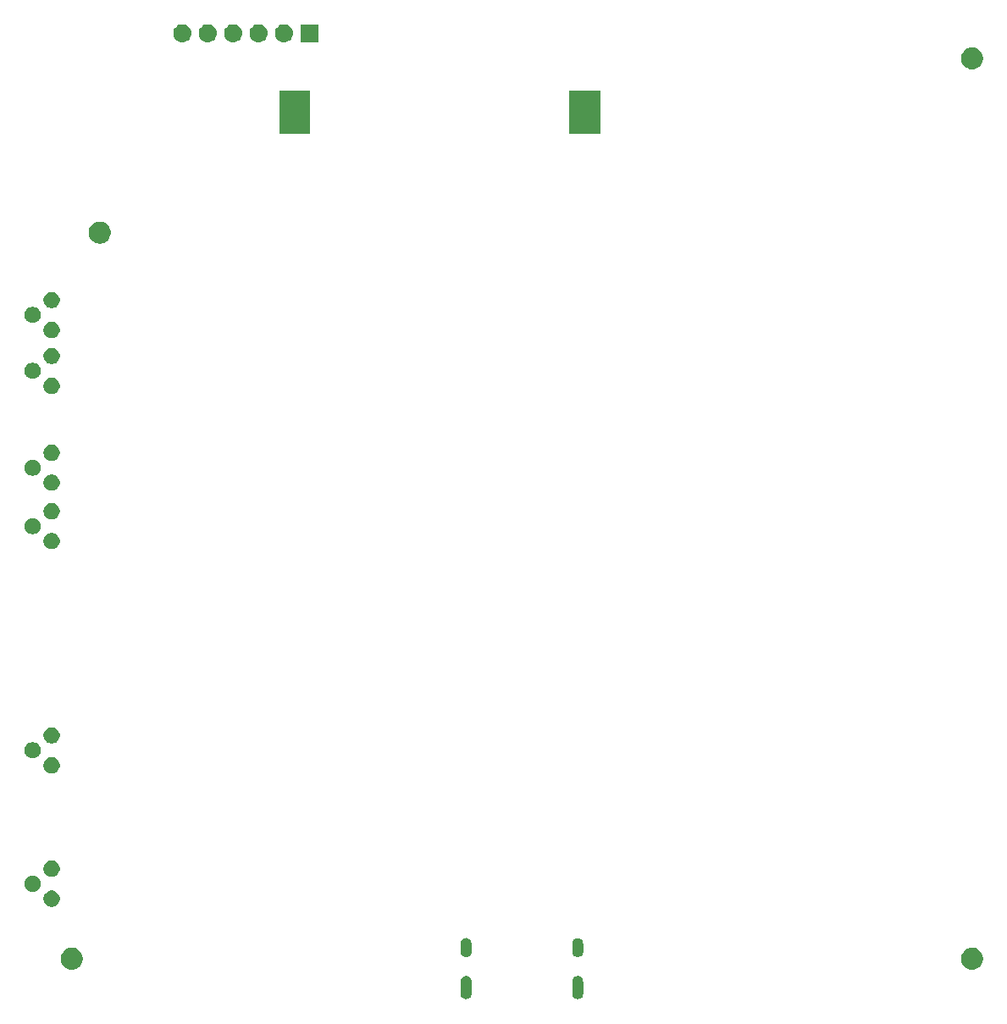
<source format=gbr>
G04 #@! TF.GenerationSoftware,KiCad,Pcbnew,(5.1.4)-1*
G04 #@! TF.CreationDate,2019-12-11T21:26:35-05:00*
G04 #@! TF.ProjectId,main,6d61696e-2e6b-4696-9361-645f70636258,rev?*
G04 #@! TF.SameCoordinates,Original*
G04 #@! TF.FileFunction,Soldermask,Bot*
G04 #@! TF.FilePolarity,Negative*
%FSLAX46Y46*%
G04 Gerber Fmt 4.6, Leading zero omitted, Abs format (unit mm)*
G04 Created by KiCad (PCBNEW (5.1.4)-1) date 2019-12-11 21:26:35*
%MOMM*%
%LPD*%
G04 APERTURE LIST*
%ADD10C,0.100000*%
G04 APERTURE END LIST*
D10*
G36*
X55683014Y-96742973D02*
G01*
X55786878Y-96774479D01*
X55830907Y-96798013D01*
X55882599Y-96825643D01*
X55882601Y-96825644D01*
X55882600Y-96825644D01*
X55966501Y-96894499D01*
X56035356Y-96978400D01*
X56086521Y-97074121D01*
X56118027Y-97177985D01*
X56126000Y-97258933D01*
X56126000Y-98513067D01*
X56118027Y-98594015D01*
X56086521Y-98697879D01*
X56086519Y-98697882D01*
X56035357Y-98793600D01*
X55966501Y-98877501D01*
X55882600Y-98946357D01*
X55814055Y-98982995D01*
X55786879Y-98997521D01*
X55683015Y-99029027D01*
X55575000Y-99039666D01*
X55466986Y-99029027D01*
X55363122Y-98997521D01*
X55335946Y-98982995D01*
X55267401Y-98946357D01*
X55183500Y-98877501D01*
X55114644Y-98793600D01*
X55063482Y-98697882D01*
X55063480Y-98697879D01*
X55031974Y-98594015D01*
X55024001Y-98513067D01*
X55024000Y-97258934D01*
X55031973Y-97177986D01*
X55063479Y-97074122D01*
X55114644Y-96978400D01*
X55183499Y-96894499D01*
X55267400Y-96825644D01*
X55267399Y-96825644D01*
X55267401Y-96825643D01*
X55319093Y-96798013D01*
X55363121Y-96774479D01*
X55466985Y-96742973D01*
X55575000Y-96732334D01*
X55683014Y-96742973D01*
X55683014Y-96742973D01*
G37*
G36*
X44533014Y-96742973D02*
G01*
X44636878Y-96774479D01*
X44680907Y-96798013D01*
X44732599Y-96825643D01*
X44732601Y-96825644D01*
X44732600Y-96825644D01*
X44816501Y-96894499D01*
X44885356Y-96978400D01*
X44936521Y-97074121D01*
X44968027Y-97177985D01*
X44976000Y-97258933D01*
X44976000Y-98513067D01*
X44968027Y-98594015D01*
X44936521Y-98697879D01*
X44936519Y-98697882D01*
X44885357Y-98793600D01*
X44816501Y-98877501D01*
X44732600Y-98946357D01*
X44664055Y-98982995D01*
X44636879Y-98997521D01*
X44533015Y-99029027D01*
X44425000Y-99039666D01*
X44316986Y-99029027D01*
X44213122Y-98997521D01*
X44185946Y-98982995D01*
X44117401Y-98946357D01*
X44033500Y-98877501D01*
X43964644Y-98793600D01*
X43913482Y-98697882D01*
X43913480Y-98697879D01*
X43881974Y-98594015D01*
X43874001Y-98513067D01*
X43874000Y-97258934D01*
X43881973Y-97177986D01*
X43913479Y-97074122D01*
X43964644Y-96978400D01*
X44033499Y-96894499D01*
X44117400Y-96825644D01*
X44117399Y-96825644D01*
X44117401Y-96825643D01*
X44169093Y-96798013D01*
X44213121Y-96774479D01*
X44316985Y-96742973D01*
X44425000Y-96732334D01*
X44533014Y-96742973D01*
X44533014Y-96742973D01*
G37*
G36*
X95214795Y-93920156D02*
G01*
X95321150Y-93941311D01*
X95521520Y-94024307D01*
X95701844Y-94144795D01*
X95855205Y-94298156D01*
X95975693Y-94478480D01*
X96058689Y-94678851D01*
X96101000Y-94891560D01*
X96101000Y-95108440D01*
X96058689Y-95321149D01*
X95975693Y-95521520D01*
X95855205Y-95701844D01*
X95701844Y-95855205D01*
X95521520Y-95975693D01*
X95321150Y-96058689D01*
X95214794Y-96079845D01*
X95108440Y-96101000D01*
X94891560Y-96101000D01*
X94785206Y-96079845D01*
X94678850Y-96058689D01*
X94578666Y-96017191D01*
X94478480Y-95975693D01*
X94298156Y-95855205D01*
X94144795Y-95701844D01*
X94024307Y-95521520D01*
X93941311Y-95321149D01*
X93899000Y-95108440D01*
X93899000Y-94891560D01*
X93941311Y-94678851D01*
X94024307Y-94478480D01*
X94144795Y-94298156D01*
X94298156Y-94144795D01*
X94478480Y-94024307D01*
X94578666Y-93982809D01*
X94678850Y-93941311D01*
X94785205Y-93920156D01*
X94891560Y-93899000D01*
X95108440Y-93899000D01*
X95214795Y-93920156D01*
X95214795Y-93920156D01*
G37*
G36*
X5214795Y-93920156D02*
G01*
X5321150Y-93941311D01*
X5521520Y-94024307D01*
X5701844Y-94144795D01*
X5855205Y-94298156D01*
X5975693Y-94478480D01*
X6058689Y-94678851D01*
X6101000Y-94891560D01*
X6101000Y-95108440D01*
X6058689Y-95321149D01*
X5975693Y-95521520D01*
X5855205Y-95701844D01*
X5701844Y-95855205D01*
X5521520Y-95975693D01*
X5421334Y-96017191D01*
X5321150Y-96058689D01*
X5214794Y-96079845D01*
X5108440Y-96101000D01*
X4891560Y-96101000D01*
X4785206Y-96079845D01*
X4678850Y-96058689D01*
X4578666Y-96017191D01*
X4478480Y-95975693D01*
X4298156Y-95855205D01*
X4144795Y-95701844D01*
X4024307Y-95521520D01*
X3941311Y-95321149D01*
X3899000Y-95108440D01*
X3899000Y-94891560D01*
X3941311Y-94678851D01*
X4024307Y-94478480D01*
X4144795Y-94298156D01*
X4298156Y-94144795D01*
X4478480Y-94024307D01*
X4678850Y-93941311D01*
X4785205Y-93920156D01*
X4891560Y-93899000D01*
X5108440Y-93899000D01*
X5214795Y-93920156D01*
X5214795Y-93920156D01*
G37*
G36*
X55683014Y-92942973D02*
G01*
X55786878Y-92974479D01*
X55830907Y-92998013D01*
X55882599Y-93025643D01*
X55882601Y-93025644D01*
X55882600Y-93025644D01*
X55966501Y-93094499D01*
X56035356Y-93178400D01*
X56086521Y-93274121D01*
X56118027Y-93377985D01*
X56126000Y-93458933D01*
X56126000Y-94313067D01*
X56118027Y-94394015D01*
X56086521Y-94497879D01*
X56086519Y-94497882D01*
X56035357Y-94593600D01*
X55966501Y-94677501D01*
X55882600Y-94746357D01*
X55814055Y-94782995D01*
X55786879Y-94797521D01*
X55683015Y-94829027D01*
X55575000Y-94839666D01*
X55466986Y-94829027D01*
X55363122Y-94797521D01*
X55335946Y-94782995D01*
X55267401Y-94746357D01*
X55183500Y-94677501D01*
X55114644Y-94593600D01*
X55063482Y-94497882D01*
X55063480Y-94497879D01*
X55031973Y-94394015D01*
X55024000Y-94313067D01*
X55024000Y-93458934D01*
X55031973Y-93377986D01*
X55063479Y-93274122D01*
X55114644Y-93178400D01*
X55183499Y-93094499D01*
X55267400Y-93025644D01*
X55267399Y-93025644D01*
X55267401Y-93025643D01*
X55319093Y-92998013D01*
X55363121Y-92974479D01*
X55466985Y-92942973D01*
X55575000Y-92932334D01*
X55683014Y-92942973D01*
X55683014Y-92942973D01*
G37*
G36*
X44533014Y-92942973D02*
G01*
X44636878Y-92974479D01*
X44680907Y-92998013D01*
X44732599Y-93025643D01*
X44732601Y-93025644D01*
X44732600Y-93025644D01*
X44816501Y-93094499D01*
X44885356Y-93178400D01*
X44936521Y-93274121D01*
X44968027Y-93377985D01*
X44976000Y-93458933D01*
X44976000Y-94313067D01*
X44968027Y-94394015D01*
X44936521Y-94497879D01*
X44936519Y-94497882D01*
X44885357Y-94593600D01*
X44816501Y-94677501D01*
X44732600Y-94746357D01*
X44664055Y-94782995D01*
X44636879Y-94797521D01*
X44533015Y-94829027D01*
X44425000Y-94839666D01*
X44316986Y-94829027D01*
X44213122Y-94797521D01*
X44185946Y-94782995D01*
X44117401Y-94746357D01*
X44033500Y-94677501D01*
X43964644Y-94593600D01*
X43913482Y-94497882D01*
X43913480Y-94497879D01*
X43881973Y-94394015D01*
X43874000Y-94313067D01*
X43874000Y-93458934D01*
X43881973Y-93377986D01*
X43913479Y-93274122D01*
X43964644Y-93178400D01*
X44033499Y-93094499D01*
X44117400Y-93025644D01*
X44117399Y-93025644D01*
X44117401Y-93025643D01*
X44169093Y-92998013D01*
X44213121Y-92974479D01*
X44316985Y-92942973D01*
X44425000Y-92932334D01*
X44533014Y-92942973D01*
X44533014Y-92942973D01*
G37*
G36*
X3225142Y-88218242D02*
G01*
X3373101Y-88279529D01*
X3506255Y-88368499D01*
X3619501Y-88481745D01*
X3708471Y-88614899D01*
X3769758Y-88762858D01*
X3801000Y-88919925D01*
X3801000Y-89080075D01*
X3769758Y-89237142D01*
X3708471Y-89385101D01*
X3619501Y-89518255D01*
X3506255Y-89631501D01*
X3373101Y-89720471D01*
X3225142Y-89781758D01*
X3068075Y-89813000D01*
X2907925Y-89813000D01*
X2750858Y-89781758D01*
X2602899Y-89720471D01*
X2469745Y-89631501D01*
X2356499Y-89518255D01*
X2267529Y-89385101D01*
X2206242Y-89237142D01*
X2175000Y-89080075D01*
X2175000Y-88919925D01*
X2206242Y-88762858D01*
X2267529Y-88614899D01*
X2356499Y-88481745D01*
X2469745Y-88368499D01*
X2602899Y-88279529D01*
X2750858Y-88218242D01*
X2907925Y-88187000D01*
X3068075Y-88187000D01*
X3225142Y-88218242D01*
X3225142Y-88218242D01*
G37*
G36*
X1325142Y-86718242D02*
G01*
X1473101Y-86779529D01*
X1606255Y-86868499D01*
X1719501Y-86981745D01*
X1808471Y-87114899D01*
X1869758Y-87262858D01*
X1901000Y-87419925D01*
X1901000Y-87580075D01*
X1869758Y-87737142D01*
X1808471Y-87885101D01*
X1719501Y-88018255D01*
X1606255Y-88131501D01*
X1473101Y-88220471D01*
X1325142Y-88281758D01*
X1168075Y-88313000D01*
X1007925Y-88313000D01*
X850858Y-88281758D01*
X702899Y-88220471D01*
X569745Y-88131501D01*
X456499Y-88018255D01*
X367529Y-87885101D01*
X306242Y-87737142D01*
X275000Y-87580075D01*
X275000Y-87419925D01*
X306242Y-87262858D01*
X367529Y-87114899D01*
X456499Y-86981745D01*
X569745Y-86868499D01*
X702899Y-86779529D01*
X850858Y-86718242D01*
X1007925Y-86687000D01*
X1168075Y-86687000D01*
X1325142Y-86718242D01*
X1325142Y-86718242D01*
G37*
G36*
X3225142Y-85218242D02*
G01*
X3373101Y-85279529D01*
X3506255Y-85368499D01*
X3619501Y-85481745D01*
X3708471Y-85614899D01*
X3769758Y-85762858D01*
X3801000Y-85919925D01*
X3801000Y-86080075D01*
X3769758Y-86237142D01*
X3708471Y-86385101D01*
X3619501Y-86518255D01*
X3506255Y-86631501D01*
X3373101Y-86720471D01*
X3225142Y-86781758D01*
X3068075Y-86813000D01*
X2907925Y-86813000D01*
X2750858Y-86781758D01*
X2602899Y-86720471D01*
X2469745Y-86631501D01*
X2356499Y-86518255D01*
X2267529Y-86385101D01*
X2206242Y-86237142D01*
X2175000Y-86080075D01*
X2175000Y-85919925D01*
X2206242Y-85762858D01*
X2267529Y-85614899D01*
X2356499Y-85481745D01*
X2469745Y-85368499D01*
X2602899Y-85279529D01*
X2750858Y-85218242D01*
X2907925Y-85187000D01*
X3068075Y-85187000D01*
X3225142Y-85218242D01*
X3225142Y-85218242D01*
G37*
G36*
X3225142Y-74886242D02*
G01*
X3373101Y-74947529D01*
X3506255Y-75036499D01*
X3619501Y-75149745D01*
X3708471Y-75282899D01*
X3769758Y-75430858D01*
X3801000Y-75587925D01*
X3801000Y-75748075D01*
X3769758Y-75905142D01*
X3708471Y-76053101D01*
X3619501Y-76186255D01*
X3506255Y-76299501D01*
X3373101Y-76388471D01*
X3225142Y-76449758D01*
X3068075Y-76481000D01*
X2907925Y-76481000D01*
X2750858Y-76449758D01*
X2602899Y-76388471D01*
X2469745Y-76299501D01*
X2356499Y-76186255D01*
X2267529Y-76053101D01*
X2206242Y-75905142D01*
X2175000Y-75748075D01*
X2175000Y-75587925D01*
X2206242Y-75430858D01*
X2267529Y-75282899D01*
X2356499Y-75149745D01*
X2469745Y-75036499D01*
X2602899Y-74947529D01*
X2750858Y-74886242D01*
X2907925Y-74855000D01*
X3068075Y-74855000D01*
X3225142Y-74886242D01*
X3225142Y-74886242D01*
G37*
G36*
X1325142Y-73386242D02*
G01*
X1473101Y-73447529D01*
X1606255Y-73536499D01*
X1719501Y-73649745D01*
X1808471Y-73782899D01*
X1869758Y-73930858D01*
X1901000Y-74087925D01*
X1901000Y-74248075D01*
X1869758Y-74405142D01*
X1808471Y-74553101D01*
X1719501Y-74686255D01*
X1606255Y-74799501D01*
X1473101Y-74888471D01*
X1325142Y-74949758D01*
X1168075Y-74981000D01*
X1007925Y-74981000D01*
X850858Y-74949758D01*
X702899Y-74888471D01*
X569745Y-74799501D01*
X456499Y-74686255D01*
X367529Y-74553101D01*
X306242Y-74405142D01*
X275000Y-74248075D01*
X275000Y-74087925D01*
X306242Y-73930858D01*
X367529Y-73782899D01*
X456499Y-73649745D01*
X569745Y-73536499D01*
X702899Y-73447529D01*
X850858Y-73386242D01*
X1007925Y-73355000D01*
X1168075Y-73355000D01*
X1325142Y-73386242D01*
X1325142Y-73386242D01*
G37*
G36*
X3225142Y-71886242D02*
G01*
X3373101Y-71947529D01*
X3506255Y-72036499D01*
X3619501Y-72149745D01*
X3708471Y-72282899D01*
X3769758Y-72430858D01*
X3801000Y-72587925D01*
X3801000Y-72748075D01*
X3769758Y-72905142D01*
X3708471Y-73053101D01*
X3619501Y-73186255D01*
X3506255Y-73299501D01*
X3373101Y-73388471D01*
X3225142Y-73449758D01*
X3068075Y-73481000D01*
X2907925Y-73481000D01*
X2750858Y-73449758D01*
X2602899Y-73388471D01*
X2469745Y-73299501D01*
X2356499Y-73186255D01*
X2267529Y-73053101D01*
X2206242Y-72905142D01*
X2175000Y-72748075D01*
X2175000Y-72587925D01*
X2206242Y-72430858D01*
X2267529Y-72282899D01*
X2356499Y-72149745D01*
X2469745Y-72036499D01*
X2602899Y-71947529D01*
X2750858Y-71886242D01*
X2907925Y-71855000D01*
X3068075Y-71855000D01*
X3225142Y-71886242D01*
X3225142Y-71886242D01*
G37*
G36*
X3225142Y-52472242D02*
G01*
X3373101Y-52533529D01*
X3506255Y-52622499D01*
X3619501Y-52735745D01*
X3708471Y-52868899D01*
X3769758Y-53016858D01*
X3801000Y-53173925D01*
X3801000Y-53334075D01*
X3769758Y-53491142D01*
X3708471Y-53639101D01*
X3619501Y-53772255D01*
X3506255Y-53885501D01*
X3373101Y-53974471D01*
X3225142Y-54035758D01*
X3068075Y-54067000D01*
X2907925Y-54067000D01*
X2750858Y-54035758D01*
X2602899Y-53974471D01*
X2469745Y-53885501D01*
X2356499Y-53772255D01*
X2267529Y-53639101D01*
X2206242Y-53491142D01*
X2175000Y-53334075D01*
X2175000Y-53173925D01*
X2206242Y-53016858D01*
X2267529Y-52868899D01*
X2356499Y-52735745D01*
X2469745Y-52622499D01*
X2602899Y-52533529D01*
X2750858Y-52472242D01*
X2907925Y-52441000D01*
X3068075Y-52441000D01*
X3225142Y-52472242D01*
X3225142Y-52472242D01*
G37*
G36*
X1325142Y-50972242D02*
G01*
X1473101Y-51033529D01*
X1606255Y-51122499D01*
X1719501Y-51235745D01*
X1808471Y-51368899D01*
X1869758Y-51516858D01*
X1901000Y-51673925D01*
X1901000Y-51834075D01*
X1869758Y-51991142D01*
X1808471Y-52139101D01*
X1719501Y-52272255D01*
X1606255Y-52385501D01*
X1473101Y-52474471D01*
X1325142Y-52535758D01*
X1168075Y-52567000D01*
X1007925Y-52567000D01*
X850858Y-52535758D01*
X702899Y-52474471D01*
X569745Y-52385501D01*
X456499Y-52272255D01*
X367529Y-52139101D01*
X306242Y-51991142D01*
X275000Y-51834075D01*
X275000Y-51673925D01*
X306242Y-51516858D01*
X367529Y-51368899D01*
X456499Y-51235745D01*
X569745Y-51122499D01*
X702899Y-51033529D01*
X850858Y-50972242D01*
X1007925Y-50941000D01*
X1168075Y-50941000D01*
X1325142Y-50972242D01*
X1325142Y-50972242D01*
G37*
G36*
X3225142Y-49472242D02*
G01*
X3373101Y-49533529D01*
X3506255Y-49622499D01*
X3619501Y-49735745D01*
X3708471Y-49868899D01*
X3769758Y-50016858D01*
X3801000Y-50173925D01*
X3801000Y-50334075D01*
X3769758Y-50491142D01*
X3708471Y-50639101D01*
X3619501Y-50772255D01*
X3506255Y-50885501D01*
X3373101Y-50974471D01*
X3225142Y-51035758D01*
X3068075Y-51067000D01*
X2907925Y-51067000D01*
X2750858Y-51035758D01*
X2602899Y-50974471D01*
X2469745Y-50885501D01*
X2356499Y-50772255D01*
X2267529Y-50639101D01*
X2206242Y-50491142D01*
X2175000Y-50334075D01*
X2175000Y-50173925D01*
X2206242Y-50016858D01*
X2267529Y-49868899D01*
X2356499Y-49735745D01*
X2469745Y-49622499D01*
X2602899Y-49533529D01*
X2750858Y-49472242D01*
X2907925Y-49441000D01*
X3068075Y-49441000D01*
X3225142Y-49472242D01*
X3225142Y-49472242D01*
G37*
G36*
X3225142Y-46630242D02*
G01*
X3373101Y-46691529D01*
X3506255Y-46780499D01*
X3619501Y-46893745D01*
X3708471Y-47026899D01*
X3769758Y-47174858D01*
X3801000Y-47331925D01*
X3801000Y-47492075D01*
X3769758Y-47649142D01*
X3708471Y-47797101D01*
X3619501Y-47930255D01*
X3506255Y-48043501D01*
X3373101Y-48132471D01*
X3225142Y-48193758D01*
X3068075Y-48225000D01*
X2907925Y-48225000D01*
X2750858Y-48193758D01*
X2602899Y-48132471D01*
X2469745Y-48043501D01*
X2356499Y-47930255D01*
X2267529Y-47797101D01*
X2206242Y-47649142D01*
X2175000Y-47492075D01*
X2175000Y-47331925D01*
X2206242Y-47174858D01*
X2267529Y-47026899D01*
X2356499Y-46893745D01*
X2469745Y-46780499D01*
X2602899Y-46691529D01*
X2750858Y-46630242D01*
X2907925Y-46599000D01*
X3068075Y-46599000D01*
X3225142Y-46630242D01*
X3225142Y-46630242D01*
G37*
G36*
X1325142Y-45130242D02*
G01*
X1473101Y-45191529D01*
X1606255Y-45280499D01*
X1719501Y-45393745D01*
X1808471Y-45526899D01*
X1869758Y-45674858D01*
X1901000Y-45831925D01*
X1901000Y-45992075D01*
X1869758Y-46149142D01*
X1808471Y-46297101D01*
X1719501Y-46430255D01*
X1606255Y-46543501D01*
X1473101Y-46632471D01*
X1325142Y-46693758D01*
X1168075Y-46725000D01*
X1007925Y-46725000D01*
X850858Y-46693758D01*
X702899Y-46632471D01*
X569745Y-46543501D01*
X456499Y-46430255D01*
X367529Y-46297101D01*
X306242Y-46149142D01*
X275000Y-45992075D01*
X275000Y-45831925D01*
X306242Y-45674858D01*
X367529Y-45526899D01*
X456499Y-45393745D01*
X569745Y-45280499D01*
X702899Y-45191529D01*
X850858Y-45130242D01*
X1007925Y-45099000D01*
X1168075Y-45099000D01*
X1325142Y-45130242D01*
X1325142Y-45130242D01*
G37*
G36*
X3225142Y-43630242D02*
G01*
X3373101Y-43691529D01*
X3506255Y-43780499D01*
X3619501Y-43893745D01*
X3708471Y-44026899D01*
X3769758Y-44174858D01*
X3801000Y-44331925D01*
X3801000Y-44492075D01*
X3769758Y-44649142D01*
X3708471Y-44797101D01*
X3619501Y-44930255D01*
X3506255Y-45043501D01*
X3373101Y-45132471D01*
X3225142Y-45193758D01*
X3068075Y-45225000D01*
X2907925Y-45225000D01*
X2750858Y-45193758D01*
X2602899Y-45132471D01*
X2469745Y-45043501D01*
X2356499Y-44930255D01*
X2267529Y-44797101D01*
X2206242Y-44649142D01*
X2175000Y-44492075D01*
X2175000Y-44331925D01*
X2206242Y-44174858D01*
X2267529Y-44026899D01*
X2356499Y-43893745D01*
X2469745Y-43780499D01*
X2602899Y-43691529D01*
X2750858Y-43630242D01*
X2907925Y-43599000D01*
X3068075Y-43599000D01*
X3225142Y-43630242D01*
X3225142Y-43630242D01*
G37*
G36*
X3225142Y-36958242D02*
G01*
X3373101Y-37019529D01*
X3506255Y-37108499D01*
X3619501Y-37221745D01*
X3708471Y-37354899D01*
X3769758Y-37502858D01*
X3801000Y-37659925D01*
X3801000Y-37820075D01*
X3769758Y-37977142D01*
X3708471Y-38125101D01*
X3619501Y-38258255D01*
X3506255Y-38371501D01*
X3373101Y-38460471D01*
X3225142Y-38521758D01*
X3068075Y-38553000D01*
X2907925Y-38553000D01*
X2750858Y-38521758D01*
X2602899Y-38460471D01*
X2469745Y-38371501D01*
X2356499Y-38258255D01*
X2267529Y-38125101D01*
X2206242Y-37977142D01*
X2175000Y-37820075D01*
X2175000Y-37659925D01*
X2206242Y-37502858D01*
X2267529Y-37354899D01*
X2356499Y-37221745D01*
X2469745Y-37108499D01*
X2602899Y-37019529D01*
X2750858Y-36958242D01*
X2907925Y-36927000D01*
X3068075Y-36927000D01*
X3225142Y-36958242D01*
X3225142Y-36958242D01*
G37*
G36*
X1325142Y-35458242D02*
G01*
X1473101Y-35519529D01*
X1606255Y-35608499D01*
X1719501Y-35721745D01*
X1808471Y-35854899D01*
X1869758Y-36002858D01*
X1901000Y-36159925D01*
X1901000Y-36320075D01*
X1869758Y-36477142D01*
X1808471Y-36625101D01*
X1719501Y-36758255D01*
X1606255Y-36871501D01*
X1473101Y-36960471D01*
X1325142Y-37021758D01*
X1168075Y-37053000D01*
X1007925Y-37053000D01*
X850858Y-37021758D01*
X702899Y-36960471D01*
X569745Y-36871501D01*
X456499Y-36758255D01*
X367529Y-36625101D01*
X306242Y-36477142D01*
X275000Y-36320075D01*
X275000Y-36159925D01*
X306242Y-36002858D01*
X367529Y-35854899D01*
X456499Y-35721745D01*
X569745Y-35608499D01*
X702899Y-35519529D01*
X850858Y-35458242D01*
X1007925Y-35427000D01*
X1168075Y-35427000D01*
X1325142Y-35458242D01*
X1325142Y-35458242D01*
G37*
G36*
X3225142Y-33958242D02*
G01*
X3373101Y-34019529D01*
X3506255Y-34108499D01*
X3619501Y-34221745D01*
X3708471Y-34354899D01*
X3769758Y-34502858D01*
X3801000Y-34659925D01*
X3801000Y-34820075D01*
X3769758Y-34977142D01*
X3708471Y-35125101D01*
X3619501Y-35258255D01*
X3506255Y-35371501D01*
X3373101Y-35460471D01*
X3225142Y-35521758D01*
X3068075Y-35553000D01*
X2907925Y-35553000D01*
X2750858Y-35521758D01*
X2602899Y-35460471D01*
X2469745Y-35371501D01*
X2356499Y-35258255D01*
X2267529Y-35125101D01*
X2206242Y-34977142D01*
X2175000Y-34820075D01*
X2175000Y-34659925D01*
X2206242Y-34502858D01*
X2267529Y-34354899D01*
X2356499Y-34221745D01*
X2469745Y-34108499D01*
X2602899Y-34019529D01*
X2750858Y-33958242D01*
X2907925Y-33927000D01*
X3068075Y-33927000D01*
X3225142Y-33958242D01*
X3225142Y-33958242D01*
G37*
G36*
X3225142Y-31370242D02*
G01*
X3373101Y-31431529D01*
X3506255Y-31520499D01*
X3619501Y-31633745D01*
X3708471Y-31766899D01*
X3769758Y-31914858D01*
X3801000Y-32071925D01*
X3801000Y-32232075D01*
X3769758Y-32389142D01*
X3708471Y-32537101D01*
X3619501Y-32670255D01*
X3506255Y-32783501D01*
X3373101Y-32872471D01*
X3225142Y-32933758D01*
X3068075Y-32965000D01*
X2907925Y-32965000D01*
X2750858Y-32933758D01*
X2602899Y-32872471D01*
X2469745Y-32783501D01*
X2356499Y-32670255D01*
X2267529Y-32537101D01*
X2206242Y-32389142D01*
X2175000Y-32232075D01*
X2175000Y-32071925D01*
X2206242Y-31914858D01*
X2267529Y-31766899D01*
X2356499Y-31633745D01*
X2469745Y-31520499D01*
X2602899Y-31431529D01*
X2750858Y-31370242D01*
X2907925Y-31339000D01*
X3068075Y-31339000D01*
X3225142Y-31370242D01*
X3225142Y-31370242D01*
G37*
G36*
X1325142Y-29870242D02*
G01*
X1473101Y-29931529D01*
X1606255Y-30020499D01*
X1719501Y-30133745D01*
X1808471Y-30266899D01*
X1869758Y-30414858D01*
X1901000Y-30571925D01*
X1901000Y-30732075D01*
X1869758Y-30889142D01*
X1808471Y-31037101D01*
X1719501Y-31170255D01*
X1606255Y-31283501D01*
X1473101Y-31372471D01*
X1325142Y-31433758D01*
X1168075Y-31465000D01*
X1007925Y-31465000D01*
X850858Y-31433758D01*
X702899Y-31372471D01*
X569745Y-31283501D01*
X456499Y-31170255D01*
X367529Y-31037101D01*
X306242Y-30889142D01*
X275000Y-30732075D01*
X275000Y-30571925D01*
X306242Y-30414858D01*
X367529Y-30266899D01*
X456499Y-30133745D01*
X569745Y-30020499D01*
X702899Y-29931529D01*
X850858Y-29870242D01*
X1007925Y-29839000D01*
X1168075Y-29839000D01*
X1325142Y-29870242D01*
X1325142Y-29870242D01*
G37*
G36*
X3225142Y-28370242D02*
G01*
X3373101Y-28431529D01*
X3506255Y-28520499D01*
X3619501Y-28633745D01*
X3708471Y-28766899D01*
X3769758Y-28914858D01*
X3801000Y-29071925D01*
X3801000Y-29232075D01*
X3769758Y-29389142D01*
X3708471Y-29537101D01*
X3619501Y-29670255D01*
X3506255Y-29783501D01*
X3373101Y-29872471D01*
X3225142Y-29933758D01*
X3068075Y-29965000D01*
X2907925Y-29965000D01*
X2750858Y-29933758D01*
X2602899Y-29872471D01*
X2469745Y-29783501D01*
X2356499Y-29670255D01*
X2267529Y-29537101D01*
X2206242Y-29389142D01*
X2175000Y-29232075D01*
X2175000Y-29071925D01*
X2206242Y-28914858D01*
X2267529Y-28766899D01*
X2356499Y-28633745D01*
X2469745Y-28520499D01*
X2602899Y-28431529D01*
X2750858Y-28370242D01*
X2907925Y-28339000D01*
X3068075Y-28339000D01*
X3225142Y-28370242D01*
X3225142Y-28370242D01*
G37*
G36*
X8028795Y-21334156D02*
G01*
X8135150Y-21355311D01*
X8335520Y-21438307D01*
X8515844Y-21558795D01*
X8669205Y-21712156D01*
X8789693Y-21892480D01*
X8872689Y-22092851D01*
X8915000Y-22305560D01*
X8915000Y-22522440D01*
X8872689Y-22735149D01*
X8789693Y-22935520D01*
X8669205Y-23115844D01*
X8515844Y-23269205D01*
X8335520Y-23389693D01*
X8235334Y-23431191D01*
X8135150Y-23472689D01*
X8028795Y-23493844D01*
X7922440Y-23515000D01*
X7705560Y-23515000D01*
X7599205Y-23493844D01*
X7492850Y-23472689D01*
X7392666Y-23431191D01*
X7292480Y-23389693D01*
X7112156Y-23269205D01*
X6958795Y-23115844D01*
X6838307Y-22935520D01*
X6755311Y-22735149D01*
X6713000Y-22522440D01*
X6713000Y-22305560D01*
X6755311Y-22092851D01*
X6838307Y-21892480D01*
X6958795Y-21712156D01*
X7112156Y-21558795D01*
X7292480Y-21438307D01*
X7492850Y-21355311D01*
X7599205Y-21334156D01*
X7705560Y-21313000D01*
X7922440Y-21313000D01*
X8028795Y-21334156D01*
X8028795Y-21334156D01*
G37*
G36*
X57851000Y-12551000D02*
G01*
X54749000Y-12551000D01*
X54749000Y-8249000D01*
X57851000Y-8249000D01*
X57851000Y-12551000D01*
X57851000Y-12551000D01*
G37*
G36*
X28851000Y-12551000D02*
G01*
X25749000Y-12551000D01*
X25749000Y-8249000D01*
X28851000Y-8249000D01*
X28851000Y-12551000D01*
X28851000Y-12551000D01*
G37*
G36*
X95214794Y-3920155D02*
G01*
X95321150Y-3941311D01*
X95421334Y-3982809D01*
X95521520Y-4024307D01*
X95701844Y-4144795D01*
X95855205Y-4298156D01*
X95975693Y-4478480D01*
X96058689Y-4678851D01*
X96101000Y-4891560D01*
X96101000Y-5108440D01*
X96058689Y-5321149D01*
X95975693Y-5521520D01*
X95855205Y-5701844D01*
X95701844Y-5855205D01*
X95521520Y-5975693D01*
X95321150Y-6058689D01*
X95214795Y-6079844D01*
X95108440Y-6101000D01*
X94891560Y-6101000D01*
X94785205Y-6079844D01*
X94678850Y-6058689D01*
X94478480Y-5975693D01*
X94298156Y-5855205D01*
X94144795Y-5701844D01*
X94024307Y-5521520D01*
X93941311Y-5321149D01*
X93899000Y-5108440D01*
X93899000Y-4891560D01*
X93941311Y-4678851D01*
X94024307Y-4478480D01*
X94144795Y-4298156D01*
X94298156Y-4144795D01*
X94478480Y-4024307D01*
X94578666Y-3982809D01*
X94678850Y-3941311D01*
X94785206Y-3920155D01*
X94891560Y-3899000D01*
X95108440Y-3899000D01*
X95214794Y-3920155D01*
X95214794Y-3920155D01*
G37*
G36*
X16160443Y-1605519D02*
G01*
X16226627Y-1612037D01*
X16396466Y-1663557D01*
X16552991Y-1747222D01*
X16588729Y-1776552D01*
X16690186Y-1859814D01*
X16773448Y-1961271D01*
X16802778Y-1997009D01*
X16886443Y-2153534D01*
X16937963Y-2323373D01*
X16955359Y-2500000D01*
X16937963Y-2676627D01*
X16886443Y-2846466D01*
X16802778Y-3002991D01*
X16773448Y-3038729D01*
X16690186Y-3140186D01*
X16588729Y-3223448D01*
X16552991Y-3252778D01*
X16396466Y-3336443D01*
X16226627Y-3387963D01*
X16160443Y-3394481D01*
X16094260Y-3401000D01*
X16005740Y-3401000D01*
X15939557Y-3394481D01*
X15873373Y-3387963D01*
X15703534Y-3336443D01*
X15547009Y-3252778D01*
X15511271Y-3223448D01*
X15409814Y-3140186D01*
X15326552Y-3038729D01*
X15297222Y-3002991D01*
X15213557Y-2846466D01*
X15162037Y-2676627D01*
X15144641Y-2500000D01*
X15162037Y-2323373D01*
X15213557Y-2153534D01*
X15297222Y-1997009D01*
X15326552Y-1961271D01*
X15409814Y-1859814D01*
X15511271Y-1776552D01*
X15547009Y-1747222D01*
X15703534Y-1663557D01*
X15873373Y-1612037D01*
X15939557Y-1605519D01*
X16005740Y-1599000D01*
X16094260Y-1599000D01*
X16160443Y-1605519D01*
X16160443Y-1605519D01*
G37*
G36*
X29651000Y-3401000D02*
G01*
X27849000Y-3401000D01*
X27849000Y-1599000D01*
X29651000Y-1599000D01*
X29651000Y-3401000D01*
X29651000Y-3401000D01*
G37*
G36*
X26320443Y-1605519D02*
G01*
X26386627Y-1612037D01*
X26556466Y-1663557D01*
X26712991Y-1747222D01*
X26748729Y-1776552D01*
X26850186Y-1859814D01*
X26933448Y-1961271D01*
X26962778Y-1997009D01*
X27046443Y-2153534D01*
X27097963Y-2323373D01*
X27115359Y-2500000D01*
X27097963Y-2676627D01*
X27046443Y-2846466D01*
X26962778Y-3002991D01*
X26933448Y-3038729D01*
X26850186Y-3140186D01*
X26748729Y-3223448D01*
X26712991Y-3252778D01*
X26556466Y-3336443D01*
X26386627Y-3387963D01*
X26320443Y-3394481D01*
X26254260Y-3401000D01*
X26165740Y-3401000D01*
X26099557Y-3394481D01*
X26033373Y-3387963D01*
X25863534Y-3336443D01*
X25707009Y-3252778D01*
X25671271Y-3223448D01*
X25569814Y-3140186D01*
X25486552Y-3038729D01*
X25457222Y-3002991D01*
X25373557Y-2846466D01*
X25322037Y-2676627D01*
X25304641Y-2500000D01*
X25322037Y-2323373D01*
X25373557Y-2153534D01*
X25457222Y-1997009D01*
X25486552Y-1961271D01*
X25569814Y-1859814D01*
X25671271Y-1776552D01*
X25707009Y-1747222D01*
X25863534Y-1663557D01*
X26033373Y-1612037D01*
X26099557Y-1605519D01*
X26165740Y-1599000D01*
X26254260Y-1599000D01*
X26320443Y-1605519D01*
X26320443Y-1605519D01*
G37*
G36*
X23780443Y-1605519D02*
G01*
X23846627Y-1612037D01*
X24016466Y-1663557D01*
X24172991Y-1747222D01*
X24208729Y-1776552D01*
X24310186Y-1859814D01*
X24393448Y-1961271D01*
X24422778Y-1997009D01*
X24506443Y-2153534D01*
X24557963Y-2323373D01*
X24575359Y-2500000D01*
X24557963Y-2676627D01*
X24506443Y-2846466D01*
X24422778Y-3002991D01*
X24393448Y-3038729D01*
X24310186Y-3140186D01*
X24208729Y-3223448D01*
X24172991Y-3252778D01*
X24016466Y-3336443D01*
X23846627Y-3387963D01*
X23780443Y-3394481D01*
X23714260Y-3401000D01*
X23625740Y-3401000D01*
X23559557Y-3394481D01*
X23493373Y-3387963D01*
X23323534Y-3336443D01*
X23167009Y-3252778D01*
X23131271Y-3223448D01*
X23029814Y-3140186D01*
X22946552Y-3038729D01*
X22917222Y-3002991D01*
X22833557Y-2846466D01*
X22782037Y-2676627D01*
X22764641Y-2500000D01*
X22782037Y-2323373D01*
X22833557Y-2153534D01*
X22917222Y-1997009D01*
X22946552Y-1961271D01*
X23029814Y-1859814D01*
X23131271Y-1776552D01*
X23167009Y-1747222D01*
X23323534Y-1663557D01*
X23493373Y-1612037D01*
X23559557Y-1605519D01*
X23625740Y-1599000D01*
X23714260Y-1599000D01*
X23780443Y-1605519D01*
X23780443Y-1605519D01*
G37*
G36*
X21240443Y-1605519D02*
G01*
X21306627Y-1612037D01*
X21476466Y-1663557D01*
X21632991Y-1747222D01*
X21668729Y-1776552D01*
X21770186Y-1859814D01*
X21853448Y-1961271D01*
X21882778Y-1997009D01*
X21966443Y-2153534D01*
X22017963Y-2323373D01*
X22035359Y-2500000D01*
X22017963Y-2676627D01*
X21966443Y-2846466D01*
X21882778Y-3002991D01*
X21853448Y-3038729D01*
X21770186Y-3140186D01*
X21668729Y-3223448D01*
X21632991Y-3252778D01*
X21476466Y-3336443D01*
X21306627Y-3387963D01*
X21240443Y-3394481D01*
X21174260Y-3401000D01*
X21085740Y-3401000D01*
X21019557Y-3394481D01*
X20953373Y-3387963D01*
X20783534Y-3336443D01*
X20627009Y-3252778D01*
X20591271Y-3223448D01*
X20489814Y-3140186D01*
X20406552Y-3038729D01*
X20377222Y-3002991D01*
X20293557Y-2846466D01*
X20242037Y-2676627D01*
X20224641Y-2500000D01*
X20242037Y-2323373D01*
X20293557Y-2153534D01*
X20377222Y-1997009D01*
X20406552Y-1961271D01*
X20489814Y-1859814D01*
X20591271Y-1776552D01*
X20627009Y-1747222D01*
X20783534Y-1663557D01*
X20953373Y-1612037D01*
X21019557Y-1605519D01*
X21085740Y-1599000D01*
X21174260Y-1599000D01*
X21240443Y-1605519D01*
X21240443Y-1605519D01*
G37*
G36*
X18700443Y-1605519D02*
G01*
X18766627Y-1612037D01*
X18936466Y-1663557D01*
X19092991Y-1747222D01*
X19128729Y-1776552D01*
X19230186Y-1859814D01*
X19313448Y-1961271D01*
X19342778Y-1997009D01*
X19426443Y-2153534D01*
X19477963Y-2323373D01*
X19495359Y-2500000D01*
X19477963Y-2676627D01*
X19426443Y-2846466D01*
X19342778Y-3002991D01*
X19313448Y-3038729D01*
X19230186Y-3140186D01*
X19128729Y-3223448D01*
X19092991Y-3252778D01*
X18936466Y-3336443D01*
X18766627Y-3387963D01*
X18700443Y-3394481D01*
X18634260Y-3401000D01*
X18545740Y-3401000D01*
X18479557Y-3394481D01*
X18413373Y-3387963D01*
X18243534Y-3336443D01*
X18087009Y-3252778D01*
X18051271Y-3223448D01*
X17949814Y-3140186D01*
X17866552Y-3038729D01*
X17837222Y-3002991D01*
X17753557Y-2846466D01*
X17702037Y-2676627D01*
X17684641Y-2500000D01*
X17702037Y-2323373D01*
X17753557Y-2153534D01*
X17837222Y-1997009D01*
X17866552Y-1961271D01*
X17949814Y-1859814D01*
X18051271Y-1776552D01*
X18087009Y-1747222D01*
X18243534Y-1663557D01*
X18413373Y-1612037D01*
X18479557Y-1605519D01*
X18545740Y-1599000D01*
X18634260Y-1599000D01*
X18700443Y-1605519D01*
X18700443Y-1605519D01*
G37*
M02*

</source>
